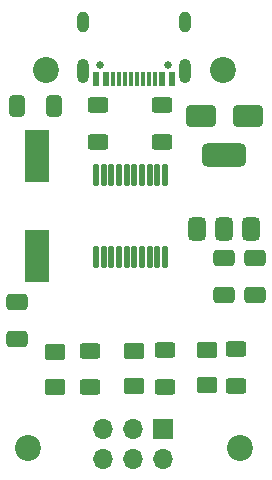
<source format=gbr>
%TF.GenerationSoftware,KiCad,Pcbnew,8.0.0*%
%TF.CreationDate,2026-01-12T19:07:33+05:30*%
%TF.ProjectId,PICKit_Clone_KiCAD,5049434b-6974-45f4-936c-6f6e655f4b69,1.0*%
%TF.SameCoordinates,Original*%
%TF.FileFunction,Soldermask,Top*%
%TF.FilePolarity,Negative*%
%FSLAX46Y46*%
G04 Gerber Fmt 4.6, Leading zero omitted, Abs format (unit mm)*
G04 Created by KiCad (PCBNEW 8.0.0) date 2026-01-12 19:07:33*
%MOMM*%
%LPD*%
G01*
G04 APERTURE LIST*
G04 Aperture macros list*
%AMRoundRect*
0 Rectangle with rounded corners*
0 $1 Rounding radius*
0 $2 $3 $4 $5 $6 $7 $8 $9 X,Y pos of 4 corners*
0 Add a 4 corners polygon primitive as box body*
4,1,4,$2,$3,$4,$5,$6,$7,$8,$9,$2,$3,0*
0 Add four circle primitives for the rounded corners*
1,1,$1+$1,$2,$3*
1,1,$1+$1,$4,$5*
1,1,$1+$1,$6,$7*
1,1,$1+$1,$8,$9*
0 Add four rect primitives between the rounded corners*
20,1,$1+$1,$2,$3,$4,$5,0*
20,1,$1+$1,$4,$5,$6,$7,0*
20,1,$1+$1,$6,$7,$8,$9,0*
20,1,$1+$1,$8,$9,$2,$3,0*%
G04 Aperture macros list end*
%ADD10RoundRect,0.250000X-0.412500X-0.650000X0.412500X-0.650000X0.412500X0.650000X-0.412500X0.650000X0*%
%ADD11C,2.200000*%
%ADD12RoundRect,0.250001X0.624999X-0.462499X0.624999X0.462499X-0.624999X0.462499X-0.624999X-0.462499X0*%
%ADD13R,2.000000X4.500000*%
%ADD14RoundRect,0.250000X1.000000X0.650000X-1.000000X0.650000X-1.000000X-0.650000X1.000000X-0.650000X0*%
%ADD15RoundRect,0.250000X0.625000X-0.400000X0.625000X0.400000X-0.625000X0.400000X-0.625000X-0.400000X0*%
%ADD16RoundRect,0.125000X0.125000X-0.825000X0.125000X0.825000X-0.125000X0.825000X-0.125000X-0.825000X0*%
%ADD17RoundRect,0.250000X-0.650000X0.412500X-0.650000X-0.412500X0.650000X-0.412500X0.650000X0.412500X0*%
%ADD18RoundRect,0.250000X-0.625000X0.400000X-0.625000X-0.400000X0.625000X-0.400000X0.625000X0.400000X0*%
%ADD19RoundRect,0.375000X0.375000X-0.625000X0.375000X0.625000X-0.375000X0.625000X-0.375000X-0.625000X0*%
%ADD20RoundRect,0.500000X1.400000X-0.500000X1.400000X0.500000X-1.400000X0.500000X-1.400000X-0.500000X0*%
%ADD21C,0.650000*%
%ADD22R,0.600000X1.240000*%
%ADD23R,0.300000X1.240000*%
%ADD24O,1.000000X1.800000*%
%ADD25O,1.000000X2.100000*%
%ADD26R,1.700000X1.700000*%
%ADD27O,1.700000X1.700000*%
%ADD28RoundRect,0.250001X-0.624999X0.462499X-0.624999X-0.462499X0.624999X-0.462499X0.624999X0.462499X0*%
%ADD29RoundRect,0.250000X0.650000X-0.412500X0.650000X0.412500X-0.650000X0.412500X-0.650000X-0.412500X0*%
G04 APERTURE END LIST*
D10*
%TO.C,C6*%
X136127500Y-78580000D03*
X139252500Y-78580000D03*
%TD*%
D11*
%TO.C,H3*%
X137000000Y-107500000D03*
%TD*%
D12*
%TO.C,D2*%
X152189999Y-102157500D03*
X152190001Y-99182500D03*
%TD*%
D13*
%TO.C,Y1*%
X137780000Y-91280000D03*
X137780000Y-82780000D03*
%TD*%
D14*
%TO.C,D5*%
X155651050Y-79425584D03*
X151651050Y-79425584D03*
%TD*%
D15*
%TO.C,R7*%
X154670000Y-102250000D03*
X154670000Y-99150000D03*
%TD*%
%TO.C,R8*%
X148600000Y-102320000D03*
X148600000Y-99220000D03*
%TD*%
D16*
%TO.C,U1*%
X142795001Y-91360000D03*
X143445000Y-91360000D03*
X144094999Y-91360001D03*
X144744999Y-91359999D03*
X145395000Y-91360000D03*
X146045000Y-91360000D03*
X146694999Y-91359999D03*
X147345000Y-91360000D03*
X147995000Y-91360000D03*
X148645001Y-91360001D03*
X148644999Y-84360000D03*
X147995000Y-84360000D03*
X147345001Y-84359999D03*
X146695001Y-84360001D03*
X146045000Y-84360000D03*
X145395000Y-84360000D03*
X144745001Y-84360001D03*
X144095000Y-84360000D03*
X143445000Y-84360000D03*
X142794999Y-84359999D03*
%TD*%
D15*
%TO.C,R15*%
X148400000Y-81570000D03*
X148400000Y-78470000D03*
%TD*%
D17*
%TO.C,C4*%
X156230003Y-91417498D03*
X156229997Y-94542502D03*
%TD*%
D18*
%TO.C,R6*%
X142240000Y-99262499D03*
X142240000Y-102362499D03*
%TD*%
D11*
%TO.C,H4*%
X155000000Y-107500000D03*
%TD*%
D19*
%TO.C,U3*%
X151340000Y-88989999D03*
X153640000Y-88990000D03*
D20*
X153640000Y-82690000D03*
D19*
X155939998Y-88990001D03*
%TD*%
D21*
%TO.C,J1*%
X148890000Y-75105000D03*
X143110000Y-75104998D03*
D22*
X149200000Y-76225000D03*
X148399998Y-76225000D03*
D23*
X147250001Y-76225002D03*
X146249998Y-76224998D03*
X145750000Y-76224998D03*
X144750002Y-76225000D03*
D22*
X143600002Y-76225000D03*
X142800000Y-76225000D03*
X142800000Y-76225000D03*
X143600002Y-76225000D03*
D23*
X144249998Y-76225001D03*
X145250000Y-76225000D03*
X146750002Y-76225001D03*
X147750001Y-76224999D03*
D22*
X148399998Y-76225000D03*
X149200000Y-76225000D03*
D24*
X150320001Y-71425000D03*
D25*
X150320000Y-75625000D03*
X141680000Y-75625000D03*
D24*
X141680000Y-71425000D03*
%TD*%
D15*
%TO.C,R14*%
X142990000Y-81600000D03*
X142990000Y-78500000D03*
%TD*%
D11*
%TO.C,H2*%
X153500000Y-75500000D03*
%TD*%
D26*
%TO.C,J2*%
X148425000Y-105855000D03*
D27*
X148424997Y-108395002D03*
X145884998Y-105854997D03*
X145885000Y-108395000D03*
X143345000Y-105855000D03*
X143345000Y-108395001D03*
%TD*%
D12*
%TO.C,D3*%
X146019999Y-102247500D03*
X146020001Y-99272500D03*
%TD*%
D28*
%TO.C,D1*%
X139310000Y-99347499D03*
X139310002Y-102322499D03*
%TD*%
D11*
%TO.C,H1*%
X138560000Y-75530000D03*
%TD*%
D17*
%TO.C,C5*%
X153620000Y-91420000D03*
X153620002Y-94545002D03*
%TD*%
D29*
%TO.C,C7*%
X136109999Y-98282501D03*
X136110001Y-95157499D03*
%TD*%
M02*

</source>
